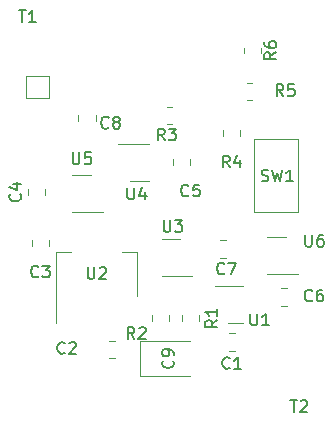
<source format=gbr>
%TF.GenerationSoftware,KiCad,Pcbnew,(7.0.0)*%
%TF.CreationDate,2023-04-05T21:34:04+03:00*%
%TF.ProjectId,cncd-esp01-board,636e6364-2d65-4737-9030-312d626f6172,rev?*%
%TF.SameCoordinates,Original*%
%TF.FileFunction,Legend,Top*%
%TF.FilePolarity,Positive*%
%FSLAX46Y46*%
G04 Gerber Fmt 4.6, Leading zero omitted, Abs format (unit mm)*
G04 Created by KiCad (PCBNEW (7.0.0)) date 2023-04-05 21:34:04*
%MOMM*%
%LPD*%
G01*
G04 APERTURE LIST*
%ADD10C,0.150000*%
%ADD11C,0.120000*%
G04 APERTURE END LIST*
D10*
%TO.C,C9*%
X15258142Y-30011666D02*
X15305761Y-30059285D01*
X15305761Y-30059285D02*
X15353380Y-30202142D01*
X15353380Y-30202142D02*
X15353380Y-30297380D01*
X15353380Y-30297380D02*
X15305761Y-30440237D01*
X15305761Y-30440237D02*
X15210523Y-30535475D01*
X15210523Y-30535475D02*
X15115285Y-30583094D01*
X15115285Y-30583094D02*
X14924809Y-30630713D01*
X14924809Y-30630713D02*
X14781952Y-30630713D01*
X14781952Y-30630713D02*
X14591476Y-30583094D01*
X14591476Y-30583094D02*
X14496238Y-30535475D01*
X14496238Y-30535475D02*
X14401000Y-30440237D01*
X14401000Y-30440237D02*
X14353380Y-30297380D01*
X14353380Y-30297380D02*
X14353380Y-30202142D01*
X14353380Y-30202142D02*
X14401000Y-30059285D01*
X14401000Y-30059285D02*
X14448619Y-30011666D01*
X15353380Y-29535475D02*
X15353380Y-29344999D01*
X15353380Y-29344999D02*
X15305761Y-29249761D01*
X15305761Y-29249761D02*
X15258142Y-29202142D01*
X15258142Y-29202142D02*
X15115285Y-29106904D01*
X15115285Y-29106904D02*
X14924809Y-29059285D01*
X14924809Y-29059285D02*
X14543857Y-29059285D01*
X14543857Y-29059285D02*
X14448619Y-29106904D01*
X14448619Y-29106904D02*
X14401000Y-29154523D01*
X14401000Y-29154523D02*
X14353380Y-29249761D01*
X14353380Y-29249761D02*
X14353380Y-29440237D01*
X14353380Y-29440237D02*
X14401000Y-29535475D01*
X14401000Y-29535475D02*
X14448619Y-29583094D01*
X14448619Y-29583094D02*
X14543857Y-29630713D01*
X14543857Y-29630713D02*
X14781952Y-29630713D01*
X14781952Y-29630713D02*
X14877190Y-29583094D01*
X14877190Y-29583094D02*
X14924809Y-29535475D01*
X14924809Y-29535475D02*
X14972428Y-29440237D01*
X14972428Y-29440237D02*
X14972428Y-29249761D01*
X14972428Y-29249761D02*
X14924809Y-29154523D01*
X14924809Y-29154523D02*
X14877190Y-29106904D01*
X14877190Y-29106904D02*
X14781952Y-29059285D01*
%TO.C,U2*%
X8067095Y-22100380D02*
X8067095Y-22909904D01*
X8067095Y-22909904D02*
X8114714Y-23005142D01*
X8114714Y-23005142D02*
X8162333Y-23052761D01*
X8162333Y-23052761D02*
X8257571Y-23100380D01*
X8257571Y-23100380D02*
X8448047Y-23100380D01*
X8448047Y-23100380D02*
X8543285Y-23052761D01*
X8543285Y-23052761D02*
X8590904Y-23005142D01*
X8590904Y-23005142D02*
X8638523Y-22909904D01*
X8638523Y-22909904D02*
X8638523Y-22100380D01*
X9067095Y-22195619D02*
X9114714Y-22148000D01*
X9114714Y-22148000D02*
X9209952Y-22100380D01*
X9209952Y-22100380D02*
X9448047Y-22100380D01*
X9448047Y-22100380D02*
X9543285Y-22148000D01*
X9543285Y-22148000D02*
X9590904Y-22195619D01*
X9590904Y-22195619D02*
X9638523Y-22290857D01*
X9638523Y-22290857D02*
X9638523Y-22386095D01*
X9638523Y-22386095D02*
X9590904Y-22528952D01*
X9590904Y-22528952D02*
X9019476Y-23100380D01*
X9019476Y-23100380D02*
X9638523Y-23100380D01*
%TO.C,T2*%
X25238095Y-33367380D02*
X25809523Y-33367380D01*
X25523809Y-34367380D02*
X25523809Y-33367380D01*
X26095238Y-33462619D02*
X26142857Y-33415000D01*
X26142857Y-33415000D02*
X26238095Y-33367380D01*
X26238095Y-33367380D02*
X26476190Y-33367380D01*
X26476190Y-33367380D02*
X26571428Y-33415000D01*
X26571428Y-33415000D02*
X26619047Y-33462619D01*
X26619047Y-33462619D02*
X26666666Y-33557857D01*
X26666666Y-33557857D02*
X26666666Y-33653095D01*
X26666666Y-33653095D02*
X26619047Y-33795952D01*
X26619047Y-33795952D02*
X26047619Y-34367380D01*
X26047619Y-34367380D02*
X26666666Y-34367380D01*
%TO.C,U4*%
X11430095Y-15369380D02*
X11430095Y-16178904D01*
X11430095Y-16178904D02*
X11477714Y-16274142D01*
X11477714Y-16274142D02*
X11525333Y-16321761D01*
X11525333Y-16321761D02*
X11620571Y-16369380D01*
X11620571Y-16369380D02*
X11811047Y-16369380D01*
X11811047Y-16369380D02*
X11906285Y-16321761D01*
X11906285Y-16321761D02*
X11953904Y-16274142D01*
X11953904Y-16274142D02*
X12001523Y-16178904D01*
X12001523Y-16178904D02*
X12001523Y-15369380D01*
X12906285Y-15702714D02*
X12906285Y-16369380D01*
X12668190Y-15321761D02*
X12430095Y-16036047D01*
X12430095Y-16036047D02*
X13049142Y-16036047D01*
%TO.C,U6*%
X26488095Y-19367380D02*
X26488095Y-20176904D01*
X26488095Y-20176904D02*
X26535714Y-20272142D01*
X26535714Y-20272142D02*
X26583333Y-20319761D01*
X26583333Y-20319761D02*
X26678571Y-20367380D01*
X26678571Y-20367380D02*
X26869047Y-20367380D01*
X26869047Y-20367380D02*
X26964285Y-20319761D01*
X26964285Y-20319761D02*
X27011904Y-20272142D01*
X27011904Y-20272142D02*
X27059523Y-20176904D01*
X27059523Y-20176904D02*
X27059523Y-19367380D01*
X27964285Y-19367380D02*
X27773809Y-19367380D01*
X27773809Y-19367380D02*
X27678571Y-19415000D01*
X27678571Y-19415000D02*
X27630952Y-19462619D01*
X27630952Y-19462619D02*
X27535714Y-19605476D01*
X27535714Y-19605476D02*
X27488095Y-19795952D01*
X27488095Y-19795952D02*
X27488095Y-20176904D01*
X27488095Y-20176904D02*
X27535714Y-20272142D01*
X27535714Y-20272142D02*
X27583333Y-20319761D01*
X27583333Y-20319761D02*
X27678571Y-20367380D01*
X27678571Y-20367380D02*
X27869047Y-20367380D01*
X27869047Y-20367380D02*
X27964285Y-20319761D01*
X27964285Y-20319761D02*
X28011904Y-20272142D01*
X28011904Y-20272142D02*
X28059523Y-20176904D01*
X28059523Y-20176904D02*
X28059523Y-19938809D01*
X28059523Y-19938809D02*
X28011904Y-19843571D01*
X28011904Y-19843571D02*
X27964285Y-19795952D01*
X27964285Y-19795952D02*
X27869047Y-19748333D01*
X27869047Y-19748333D02*
X27678571Y-19748333D01*
X27678571Y-19748333D02*
X27583333Y-19795952D01*
X27583333Y-19795952D02*
X27535714Y-19843571D01*
X27535714Y-19843571D02*
X27488095Y-19938809D01*
%TO.C,T1*%
X2238095Y-367380D02*
X2809523Y-367380D01*
X2523809Y-1367380D02*
X2523809Y-367380D01*
X3666666Y-1367380D02*
X3095238Y-1367380D01*
X3380952Y-1367380D02*
X3380952Y-367380D01*
X3380952Y-367380D02*
X3285714Y-510238D01*
X3285714Y-510238D02*
X3190476Y-605476D01*
X3190476Y-605476D02*
X3095238Y-653095D01*
%TO.C,C8*%
X9833333Y-10272142D02*
X9785714Y-10319761D01*
X9785714Y-10319761D02*
X9642857Y-10367380D01*
X9642857Y-10367380D02*
X9547619Y-10367380D01*
X9547619Y-10367380D02*
X9404762Y-10319761D01*
X9404762Y-10319761D02*
X9309524Y-10224523D01*
X9309524Y-10224523D02*
X9261905Y-10129285D01*
X9261905Y-10129285D02*
X9214286Y-9938809D01*
X9214286Y-9938809D02*
X9214286Y-9795952D01*
X9214286Y-9795952D02*
X9261905Y-9605476D01*
X9261905Y-9605476D02*
X9309524Y-9510238D01*
X9309524Y-9510238D02*
X9404762Y-9415000D01*
X9404762Y-9415000D02*
X9547619Y-9367380D01*
X9547619Y-9367380D02*
X9642857Y-9367380D01*
X9642857Y-9367380D02*
X9785714Y-9415000D01*
X9785714Y-9415000D02*
X9833333Y-9462619D01*
X10404762Y-9795952D02*
X10309524Y-9748333D01*
X10309524Y-9748333D02*
X10261905Y-9700714D01*
X10261905Y-9700714D02*
X10214286Y-9605476D01*
X10214286Y-9605476D02*
X10214286Y-9557857D01*
X10214286Y-9557857D02*
X10261905Y-9462619D01*
X10261905Y-9462619D02*
X10309524Y-9415000D01*
X10309524Y-9415000D02*
X10404762Y-9367380D01*
X10404762Y-9367380D02*
X10595238Y-9367380D01*
X10595238Y-9367380D02*
X10690476Y-9415000D01*
X10690476Y-9415000D02*
X10738095Y-9462619D01*
X10738095Y-9462619D02*
X10785714Y-9557857D01*
X10785714Y-9557857D02*
X10785714Y-9605476D01*
X10785714Y-9605476D02*
X10738095Y-9700714D01*
X10738095Y-9700714D02*
X10690476Y-9748333D01*
X10690476Y-9748333D02*
X10595238Y-9795952D01*
X10595238Y-9795952D02*
X10404762Y-9795952D01*
X10404762Y-9795952D02*
X10309524Y-9843571D01*
X10309524Y-9843571D02*
X10261905Y-9891190D01*
X10261905Y-9891190D02*
X10214286Y-9986428D01*
X10214286Y-9986428D02*
X10214286Y-10176904D01*
X10214286Y-10176904D02*
X10261905Y-10272142D01*
X10261905Y-10272142D02*
X10309524Y-10319761D01*
X10309524Y-10319761D02*
X10404762Y-10367380D01*
X10404762Y-10367380D02*
X10595238Y-10367380D01*
X10595238Y-10367380D02*
X10690476Y-10319761D01*
X10690476Y-10319761D02*
X10738095Y-10272142D01*
X10738095Y-10272142D02*
X10785714Y-10176904D01*
X10785714Y-10176904D02*
X10785714Y-9986428D01*
X10785714Y-9986428D02*
X10738095Y-9891190D01*
X10738095Y-9891190D02*
X10690476Y-9843571D01*
X10690476Y-9843571D02*
X10595238Y-9795952D01*
%TO.C,U1*%
X21844095Y-26037380D02*
X21844095Y-26846904D01*
X21844095Y-26846904D02*
X21891714Y-26942142D01*
X21891714Y-26942142D02*
X21939333Y-26989761D01*
X21939333Y-26989761D02*
X22034571Y-27037380D01*
X22034571Y-27037380D02*
X22225047Y-27037380D01*
X22225047Y-27037380D02*
X22320285Y-26989761D01*
X22320285Y-26989761D02*
X22367904Y-26942142D01*
X22367904Y-26942142D02*
X22415523Y-26846904D01*
X22415523Y-26846904D02*
X22415523Y-26037380D01*
X23415523Y-27037380D02*
X22844095Y-27037380D01*
X23129809Y-27037380D02*
X23129809Y-26037380D01*
X23129809Y-26037380D02*
X23034571Y-26180238D01*
X23034571Y-26180238D02*
X22939333Y-26275476D01*
X22939333Y-26275476D02*
X22844095Y-26323095D01*
%TO.C,C4*%
X2341142Y-15914666D02*
X2388761Y-15962285D01*
X2388761Y-15962285D02*
X2436380Y-16105142D01*
X2436380Y-16105142D02*
X2436380Y-16200380D01*
X2436380Y-16200380D02*
X2388761Y-16343237D01*
X2388761Y-16343237D02*
X2293523Y-16438475D01*
X2293523Y-16438475D02*
X2198285Y-16486094D01*
X2198285Y-16486094D02*
X2007809Y-16533713D01*
X2007809Y-16533713D02*
X1864952Y-16533713D01*
X1864952Y-16533713D02*
X1674476Y-16486094D01*
X1674476Y-16486094D02*
X1579238Y-16438475D01*
X1579238Y-16438475D02*
X1484000Y-16343237D01*
X1484000Y-16343237D02*
X1436380Y-16200380D01*
X1436380Y-16200380D02*
X1436380Y-16105142D01*
X1436380Y-16105142D02*
X1484000Y-15962285D01*
X1484000Y-15962285D02*
X1531619Y-15914666D01*
X1769714Y-15057523D02*
X2436380Y-15057523D01*
X1388761Y-15295618D02*
X2103047Y-15533713D01*
X2103047Y-15533713D02*
X2103047Y-14914666D01*
%TO.C,C1*%
X20092333Y-30625142D02*
X20044714Y-30672761D01*
X20044714Y-30672761D02*
X19901857Y-30720380D01*
X19901857Y-30720380D02*
X19806619Y-30720380D01*
X19806619Y-30720380D02*
X19663762Y-30672761D01*
X19663762Y-30672761D02*
X19568524Y-30577523D01*
X19568524Y-30577523D02*
X19520905Y-30482285D01*
X19520905Y-30482285D02*
X19473286Y-30291809D01*
X19473286Y-30291809D02*
X19473286Y-30148952D01*
X19473286Y-30148952D02*
X19520905Y-29958476D01*
X19520905Y-29958476D02*
X19568524Y-29863238D01*
X19568524Y-29863238D02*
X19663762Y-29768000D01*
X19663762Y-29768000D02*
X19806619Y-29720380D01*
X19806619Y-29720380D02*
X19901857Y-29720380D01*
X19901857Y-29720380D02*
X20044714Y-29768000D01*
X20044714Y-29768000D02*
X20092333Y-29815619D01*
X21044714Y-30720380D02*
X20473286Y-30720380D01*
X20759000Y-30720380D02*
X20759000Y-29720380D01*
X20759000Y-29720380D02*
X20663762Y-29863238D01*
X20663762Y-29863238D02*
X20568524Y-29958476D01*
X20568524Y-29958476D02*
X20473286Y-30006095D01*
%TO.C,U5*%
X6797095Y-12387880D02*
X6797095Y-13197404D01*
X6797095Y-13197404D02*
X6844714Y-13292642D01*
X6844714Y-13292642D02*
X6892333Y-13340261D01*
X6892333Y-13340261D02*
X6987571Y-13387880D01*
X6987571Y-13387880D02*
X7178047Y-13387880D01*
X7178047Y-13387880D02*
X7273285Y-13340261D01*
X7273285Y-13340261D02*
X7320904Y-13292642D01*
X7320904Y-13292642D02*
X7368523Y-13197404D01*
X7368523Y-13197404D02*
X7368523Y-12387880D01*
X8320904Y-12387880D02*
X7844714Y-12387880D01*
X7844714Y-12387880D02*
X7797095Y-12864071D01*
X7797095Y-12864071D02*
X7844714Y-12816452D01*
X7844714Y-12816452D02*
X7939952Y-12768833D01*
X7939952Y-12768833D02*
X8178047Y-12768833D01*
X8178047Y-12768833D02*
X8273285Y-12816452D01*
X8273285Y-12816452D02*
X8320904Y-12864071D01*
X8320904Y-12864071D02*
X8368523Y-12959309D01*
X8368523Y-12959309D02*
X8368523Y-13197404D01*
X8368523Y-13197404D02*
X8320904Y-13292642D01*
X8320904Y-13292642D02*
X8273285Y-13340261D01*
X8273285Y-13340261D02*
X8178047Y-13387880D01*
X8178047Y-13387880D02*
X7939952Y-13387880D01*
X7939952Y-13387880D02*
X7844714Y-13340261D01*
X7844714Y-13340261D02*
X7797095Y-13292642D01*
%TO.C,C5*%
X16597333Y-16020142D02*
X16549714Y-16067761D01*
X16549714Y-16067761D02*
X16406857Y-16115380D01*
X16406857Y-16115380D02*
X16311619Y-16115380D01*
X16311619Y-16115380D02*
X16168762Y-16067761D01*
X16168762Y-16067761D02*
X16073524Y-15972523D01*
X16073524Y-15972523D02*
X16025905Y-15877285D01*
X16025905Y-15877285D02*
X15978286Y-15686809D01*
X15978286Y-15686809D02*
X15978286Y-15543952D01*
X15978286Y-15543952D02*
X16025905Y-15353476D01*
X16025905Y-15353476D02*
X16073524Y-15258238D01*
X16073524Y-15258238D02*
X16168762Y-15163000D01*
X16168762Y-15163000D02*
X16311619Y-15115380D01*
X16311619Y-15115380D02*
X16406857Y-15115380D01*
X16406857Y-15115380D02*
X16549714Y-15163000D01*
X16549714Y-15163000D02*
X16597333Y-15210619D01*
X17502095Y-15115380D02*
X17025905Y-15115380D01*
X17025905Y-15115380D02*
X16978286Y-15591571D01*
X16978286Y-15591571D02*
X17025905Y-15543952D01*
X17025905Y-15543952D02*
X17121143Y-15496333D01*
X17121143Y-15496333D02*
X17359238Y-15496333D01*
X17359238Y-15496333D02*
X17454476Y-15543952D01*
X17454476Y-15543952D02*
X17502095Y-15591571D01*
X17502095Y-15591571D02*
X17549714Y-15686809D01*
X17549714Y-15686809D02*
X17549714Y-15924904D01*
X17549714Y-15924904D02*
X17502095Y-16020142D01*
X17502095Y-16020142D02*
X17454476Y-16067761D01*
X17454476Y-16067761D02*
X17359238Y-16115380D01*
X17359238Y-16115380D02*
X17121143Y-16115380D01*
X17121143Y-16115380D02*
X17025905Y-16067761D01*
X17025905Y-16067761D02*
X16978286Y-16020142D01*
%TO.C,C2*%
X6122333Y-29355142D02*
X6074714Y-29402761D01*
X6074714Y-29402761D02*
X5931857Y-29450380D01*
X5931857Y-29450380D02*
X5836619Y-29450380D01*
X5836619Y-29450380D02*
X5693762Y-29402761D01*
X5693762Y-29402761D02*
X5598524Y-29307523D01*
X5598524Y-29307523D02*
X5550905Y-29212285D01*
X5550905Y-29212285D02*
X5503286Y-29021809D01*
X5503286Y-29021809D02*
X5503286Y-28878952D01*
X5503286Y-28878952D02*
X5550905Y-28688476D01*
X5550905Y-28688476D02*
X5598524Y-28593238D01*
X5598524Y-28593238D02*
X5693762Y-28498000D01*
X5693762Y-28498000D02*
X5836619Y-28450380D01*
X5836619Y-28450380D02*
X5931857Y-28450380D01*
X5931857Y-28450380D02*
X6074714Y-28498000D01*
X6074714Y-28498000D02*
X6122333Y-28545619D01*
X6503286Y-28545619D02*
X6550905Y-28498000D01*
X6550905Y-28498000D02*
X6646143Y-28450380D01*
X6646143Y-28450380D02*
X6884238Y-28450380D01*
X6884238Y-28450380D02*
X6979476Y-28498000D01*
X6979476Y-28498000D02*
X7027095Y-28545619D01*
X7027095Y-28545619D02*
X7074714Y-28640857D01*
X7074714Y-28640857D02*
X7074714Y-28736095D01*
X7074714Y-28736095D02*
X7027095Y-28878952D01*
X7027095Y-28878952D02*
X6455667Y-29450380D01*
X6455667Y-29450380D02*
X7074714Y-29450380D01*
%TO.C,R2*%
X12025333Y-28180380D02*
X11692000Y-27704190D01*
X11453905Y-28180380D02*
X11453905Y-27180380D01*
X11453905Y-27180380D02*
X11834857Y-27180380D01*
X11834857Y-27180380D02*
X11930095Y-27228000D01*
X11930095Y-27228000D02*
X11977714Y-27275619D01*
X11977714Y-27275619D02*
X12025333Y-27370857D01*
X12025333Y-27370857D02*
X12025333Y-27513714D01*
X12025333Y-27513714D02*
X11977714Y-27608952D01*
X11977714Y-27608952D02*
X11930095Y-27656571D01*
X11930095Y-27656571D02*
X11834857Y-27704190D01*
X11834857Y-27704190D02*
X11453905Y-27704190D01*
X12406286Y-27275619D02*
X12453905Y-27228000D01*
X12453905Y-27228000D02*
X12549143Y-27180380D01*
X12549143Y-27180380D02*
X12787238Y-27180380D01*
X12787238Y-27180380D02*
X12882476Y-27228000D01*
X12882476Y-27228000D02*
X12930095Y-27275619D01*
X12930095Y-27275619D02*
X12977714Y-27370857D01*
X12977714Y-27370857D02*
X12977714Y-27466095D01*
X12977714Y-27466095D02*
X12930095Y-27608952D01*
X12930095Y-27608952D02*
X12358667Y-28180380D01*
X12358667Y-28180380D02*
X12977714Y-28180380D01*
%TO.C,C7*%
X19645333Y-22624142D02*
X19597714Y-22671761D01*
X19597714Y-22671761D02*
X19454857Y-22719380D01*
X19454857Y-22719380D02*
X19359619Y-22719380D01*
X19359619Y-22719380D02*
X19216762Y-22671761D01*
X19216762Y-22671761D02*
X19121524Y-22576523D01*
X19121524Y-22576523D02*
X19073905Y-22481285D01*
X19073905Y-22481285D02*
X19026286Y-22290809D01*
X19026286Y-22290809D02*
X19026286Y-22147952D01*
X19026286Y-22147952D02*
X19073905Y-21957476D01*
X19073905Y-21957476D02*
X19121524Y-21862238D01*
X19121524Y-21862238D02*
X19216762Y-21767000D01*
X19216762Y-21767000D02*
X19359619Y-21719380D01*
X19359619Y-21719380D02*
X19454857Y-21719380D01*
X19454857Y-21719380D02*
X19597714Y-21767000D01*
X19597714Y-21767000D02*
X19645333Y-21814619D01*
X19978667Y-21719380D02*
X20645333Y-21719380D01*
X20645333Y-21719380D02*
X20216762Y-22719380D01*
%TO.C,R6*%
X24017380Y-3916666D02*
X23541190Y-4249999D01*
X24017380Y-4488094D02*
X23017380Y-4488094D01*
X23017380Y-4488094D02*
X23017380Y-4107142D01*
X23017380Y-4107142D02*
X23065000Y-4011904D01*
X23065000Y-4011904D02*
X23112619Y-3964285D01*
X23112619Y-3964285D02*
X23207857Y-3916666D01*
X23207857Y-3916666D02*
X23350714Y-3916666D01*
X23350714Y-3916666D02*
X23445952Y-3964285D01*
X23445952Y-3964285D02*
X23493571Y-4011904D01*
X23493571Y-4011904D02*
X23541190Y-4107142D01*
X23541190Y-4107142D02*
X23541190Y-4488094D01*
X23017380Y-3059523D02*
X23017380Y-3249999D01*
X23017380Y-3249999D02*
X23065000Y-3345237D01*
X23065000Y-3345237D02*
X23112619Y-3392856D01*
X23112619Y-3392856D02*
X23255476Y-3488094D01*
X23255476Y-3488094D02*
X23445952Y-3535713D01*
X23445952Y-3535713D02*
X23826904Y-3535713D01*
X23826904Y-3535713D02*
X23922142Y-3488094D01*
X23922142Y-3488094D02*
X23969761Y-3440475D01*
X23969761Y-3440475D02*
X24017380Y-3345237D01*
X24017380Y-3345237D02*
X24017380Y-3154761D01*
X24017380Y-3154761D02*
X23969761Y-3059523D01*
X23969761Y-3059523D02*
X23922142Y-3011904D01*
X23922142Y-3011904D02*
X23826904Y-2964285D01*
X23826904Y-2964285D02*
X23588809Y-2964285D01*
X23588809Y-2964285D02*
X23493571Y-3011904D01*
X23493571Y-3011904D02*
X23445952Y-3059523D01*
X23445952Y-3059523D02*
X23398333Y-3154761D01*
X23398333Y-3154761D02*
X23398333Y-3345237D01*
X23398333Y-3345237D02*
X23445952Y-3440475D01*
X23445952Y-3440475D02*
X23493571Y-3488094D01*
X23493571Y-3488094D02*
X23588809Y-3535713D01*
%TO.C,R4*%
X20083333Y-13657380D02*
X19750000Y-13181190D01*
X19511905Y-13657380D02*
X19511905Y-12657380D01*
X19511905Y-12657380D02*
X19892857Y-12657380D01*
X19892857Y-12657380D02*
X19988095Y-12705000D01*
X19988095Y-12705000D02*
X20035714Y-12752619D01*
X20035714Y-12752619D02*
X20083333Y-12847857D01*
X20083333Y-12847857D02*
X20083333Y-12990714D01*
X20083333Y-12990714D02*
X20035714Y-13085952D01*
X20035714Y-13085952D02*
X19988095Y-13133571D01*
X19988095Y-13133571D02*
X19892857Y-13181190D01*
X19892857Y-13181190D02*
X19511905Y-13181190D01*
X20940476Y-12990714D02*
X20940476Y-13657380D01*
X20702381Y-12609761D02*
X20464286Y-13324047D01*
X20464286Y-13324047D02*
X21083333Y-13324047D01*
%TO.C,R5*%
X24631333Y-7617380D02*
X24298000Y-7141190D01*
X24059905Y-7617380D02*
X24059905Y-6617380D01*
X24059905Y-6617380D02*
X24440857Y-6617380D01*
X24440857Y-6617380D02*
X24536095Y-6665000D01*
X24536095Y-6665000D02*
X24583714Y-6712619D01*
X24583714Y-6712619D02*
X24631333Y-6807857D01*
X24631333Y-6807857D02*
X24631333Y-6950714D01*
X24631333Y-6950714D02*
X24583714Y-7045952D01*
X24583714Y-7045952D02*
X24536095Y-7093571D01*
X24536095Y-7093571D02*
X24440857Y-7141190D01*
X24440857Y-7141190D02*
X24059905Y-7141190D01*
X25536095Y-6617380D02*
X25059905Y-6617380D01*
X25059905Y-6617380D02*
X25012286Y-7093571D01*
X25012286Y-7093571D02*
X25059905Y-7045952D01*
X25059905Y-7045952D02*
X25155143Y-6998333D01*
X25155143Y-6998333D02*
X25393238Y-6998333D01*
X25393238Y-6998333D02*
X25488476Y-7045952D01*
X25488476Y-7045952D02*
X25536095Y-7093571D01*
X25536095Y-7093571D02*
X25583714Y-7188809D01*
X25583714Y-7188809D02*
X25583714Y-7426904D01*
X25583714Y-7426904D02*
X25536095Y-7522142D01*
X25536095Y-7522142D02*
X25488476Y-7569761D01*
X25488476Y-7569761D02*
X25393238Y-7617380D01*
X25393238Y-7617380D02*
X25155143Y-7617380D01*
X25155143Y-7617380D02*
X25059905Y-7569761D01*
X25059905Y-7569761D02*
X25012286Y-7522142D01*
%TO.C,C6*%
X27077333Y-24910142D02*
X27029714Y-24957761D01*
X27029714Y-24957761D02*
X26886857Y-25005380D01*
X26886857Y-25005380D02*
X26791619Y-25005380D01*
X26791619Y-25005380D02*
X26648762Y-24957761D01*
X26648762Y-24957761D02*
X26553524Y-24862523D01*
X26553524Y-24862523D02*
X26505905Y-24767285D01*
X26505905Y-24767285D02*
X26458286Y-24576809D01*
X26458286Y-24576809D02*
X26458286Y-24433952D01*
X26458286Y-24433952D02*
X26505905Y-24243476D01*
X26505905Y-24243476D02*
X26553524Y-24148238D01*
X26553524Y-24148238D02*
X26648762Y-24053000D01*
X26648762Y-24053000D02*
X26791619Y-24005380D01*
X26791619Y-24005380D02*
X26886857Y-24005380D01*
X26886857Y-24005380D02*
X27029714Y-24053000D01*
X27029714Y-24053000D02*
X27077333Y-24100619D01*
X27934476Y-24005380D02*
X27744000Y-24005380D01*
X27744000Y-24005380D02*
X27648762Y-24053000D01*
X27648762Y-24053000D02*
X27601143Y-24100619D01*
X27601143Y-24100619D02*
X27505905Y-24243476D01*
X27505905Y-24243476D02*
X27458286Y-24433952D01*
X27458286Y-24433952D02*
X27458286Y-24814904D01*
X27458286Y-24814904D02*
X27505905Y-24910142D01*
X27505905Y-24910142D02*
X27553524Y-24957761D01*
X27553524Y-24957761D02*
X27648762Y-25005380D01*
X27648762Y-25005380D02*
X27839238Y-25005380D01*
X27839238Y-25005380D02*
X27934476Y-24957761D01*
X27934476Y-24957761D02*
X27982095Y-24910142D01*
X27982095Y-24910142D02*
X28029714Y-24814904D01*
X28029714Y-24814904D02*
X28029714Y-24576809D01*
X28029714Y-24576809D02*
X27982095Y-24481571D01*
X27982095Y-24481571D02*
X27934476Y-24433952D01*
X27934476Y-24433952D02*
X27839238Y-24386333D01*
X27839238Y-24386333D02*
X27648762Y-24386333D01*
X27648762Y-24386333D02*
X27553524Y-24433952D01*
X27553524Y-24433952D02*
X27505905Y-24481571D01*
X27505905Y-24481571D02*
X27458286Y-24576809D01*
%TO.C,SW1*%
X22793667Y-14796761D02*
X22936524Y-14844380D01*
X22936524Y-14844380D02*
X23174619Y-14844380D01*
X23174619Y-14844380D02*
X23269857Y-14796761D01*
X23269857Y-14796761D02*
X23317476Y-14749142D01*
X23317476Y-14749142D02*
X23365095Y-14653904D01*
X23365095Y-14653904D02*
X23365095Y-14558666D01*
X23365095Y-14558666D02*
X23317476Y-14463428D01*
X23317476Y-14463428D02*
X23269857Y-14415809D01*
X23269857Y-14415809D02*
X23174619Y-14368190D01*
X23174619Y-14368190D02*
X22984143Y-14320571D01*
X22984143Y-14320571D02*
X22888905Y-14272952D01*
X22888905Y-14272952D02*
X22841286Y-14225333D01*
X22841286Y-14225333D02*
X22793667Y-14130095D01*
X22793667Y-14130095D02*
X22793667Y-14034857D01*
X22793667Y-14034857D02*
X22841286Y-13939619D01*
X22841286Y-13939619D02*
X22888905Y-13892000D01*
X22888905Y-13892000D02*
X22984143Y-13844380D01*
X22984143Y-13844380D02*
X23222238Y-13844380D01*
X23222238Y-13844380D02*
X23365095Y-13892000D01*
X23698429Y-13844380D02*
X23936524Y-14844380D01*
X23936524Y-14844380D02*
X24127000Y-14130095D01*
X24127000Y-14130095D02*
X24317476Y-14844380D01*
X24317476Y-14844380D02*
X24555572Y-13844380D01*
X25460333Y-14844380D02*
X24888905Y-14844380D01*
X25174619Y-14844380D02*
X25174619Y-13844380D01*
X25174619Y-13844380D02*
X25079381Y-13987238D01*
X25079381Y-13987238D02*
X24984143Y-14082476D01*
X24984143Y-14082476D02*
X24888905Y-14130095D01*
%TO.C,R3*%
X14583333Y-11367380D02*
X14250000Y-10891190D01*
X14011905Y-11367380D02*
X14011905Y-10367380D01*
X14011905Y-10367380D02*
X14392857Y-10367380D01*
X14392857Y-10367380D02*
X14488095Y-10415000D01*
X14488095Y-10415000D02*
X14535714Y-10462619D01*
X14535714Y-10462619D02*
X14583333Y-10557857D01*
X14583333Y-10557857D02*
X14583333Y-10700714D01*
X14583333Y-10700714D02*
X14535714Y-10795952D01*
X14535714Y-10795952D02*
X14488095Y-10843571D01*
X14488095Y-10843571D02*
X14392857Y-10891190D01*
X14392857Y-10891190D02*
X14011905Y-10891190D01*
X14916667Y-10367380D02*
X15535714Y-10367380D01*
X15535714Y-10367380D02*
X15202381Y-10748333D01*
X15202381Y-10748333D02*
X15345238Y-10748333D01*
X15345238Y-10748333D02*
X15440476Y-10795952D01*
X15440476Y-10795952D02*
X15488095Y-10843571D01*
X15488095Y-10843571D02*
X15535714Y-10938809D01*
X15535714Y-10938809D02*
X15535714Y-11176904D01*
X15535714Y-11176904D02*
X15488095Y-11272142D01*
X15488095Y-11272142D02*
X15440476Y-11319761D01*
X15440476Y-11319761D02*
X15345238Y-11367380D01*
X15345238Y-11367380D02*
X15059524Y-11367380D01*
X15059524Y-11367380D02*
X14964286Y-11319761D01*
X14964286Y-11319761D02*
X14916667Y-11272142D01*
%TO.C,R1*%
X19036380Y-26582666D02*
X18560190Y-26915999D01*
X19036380Y-27154094D02*
X18036380Y-27154094D01*
X18036380Y-27154094D02*
X18036380Y-26773142D01*
X18036380Y-26773142D02*
X18084000Y-26677904D01*
X18084000Y-26677904D02*
X18131619Y-26630285D01*
X18131619Y-26630285D02*
X18226857Y-26582666D01*
X18226857Y-26582666D02*
X18369714Y-26582666D01*
X18369714Y-26582666D02*
X18464952Y-26630285D01*
X18464952Y-26630285D02*
X18512571Y-26677904D01*
X18512571Y-26677904D02*
X18560190Y-26773142D01*
X18560190Y-26773142D02*
X18560190Y-27154094D01*
X19036380Y-25630285D02*
X19036380Y-26201713D01*
X19036380Y-25915999D02*
X18036380Y-25915999D01*
X18036380Y-25915999D02*
X18179238Y-26011237D01*
X18179238Y-26011237D02*
X18274476Y-26106475D01*
X18274476Y-26106475D02*
X18322095Y-26201713D01*
%TO.C,C3*%
X3897333Y-22878142D02*
X3849714Y-22925761D01*
X3849714Y-22925761D02*
X3706857Y-22973380D01*
X3706857Y-22973380D02*
X3611619Y-22973380D01*
X3611619Y-22973380D02*
X3468762Y-22925761D01*
X3468762Y-22925761D02*
X3373524Y-22830523D01*
X3373524Y-22830523D02*
X3325905Y-22735285D01*
X3325905Y-22735285D02*
X3278286Y-22544809D01*
X3278286Y-22544809D02*
X3278286Y-22401952D01*
X3278286Y-22401952D02*
X3325905Y-22211476D01*
X3325905Y-22211476D02*
X3373524Y-22116238D01*
X3373524Y-22116238D02*
X3468762Y-22021000D01*
X3468762Y-22021000D02*
X3611619Y-21973380D01*
X3611619Y-21973380D02*
X3706857Y-21973380D01*
X3706857Y-21973380D02*
X3849714Y-22021000D01*
X3849714Y-22021000D02*
X3897333Y-22068619D01*
X4230667Y-21973380D02*
X4849714Y-21973380D01*
X4849714Y-21973380D02*
X4516381Y-22354333D01*
X4516381Y-22354333D02*
X4659238Y-22354333D01*
X4659238Y-22354333D02*
X4754476Y-22401952D01*
X4754476Y-22401952D02*
X4802095Y-22449571D01*
X4802095Y-22449571D02*
X4849714Y-22544809D01*
X4849714Y-22544809D02*
X4849714Y-22782904D01*
X4849714Y-22782904D02*
X4802095Y-22878142D01*
X4802095Y-22878142D02*
X4754476Y-22925761D01*
X4754476Y-22925761D02*
X4659238Y-22973380D01*
X4659238Y-22973380D02*
X4373524Y-22973380D01*
X4373524Y-22973380D02*
X4278286Y-22925761D01*
X4278286Y-22925761D02*
X4230667Y-22878142D01*
%TO.C,U3*%
X14489095Y-18097380D02*
X14489095Y-18906904D01*
X14489095Y-18906904D02*
X14536714Y-19002142D01*
X14536714Y-19002142D02*
X14584333Y-19049761D01*
X14584333Y-19049761D02*
X14679571Y-19097380D01*
X14679571Y-19097380D02*
X14870047Y-19097380D01*
X14870047Y-19097380D02*
X14965285Y-19049761D01*
X14965285Y-19049761D02*
X15012904Y-19002142D01*
X15012904Y-19002142D02*
X15060523Y-18906904D01*
X15060523Y-18906904D02*
X15060523Y-18097380D01*
X15441476Y-18097380D02*
X16060523Y-18097380D01*
X16060523Y-18097380D02*
X15727190Y-18478333D01*
X15727190Y-18478333D02*
X15870047Y-18478333D01*
X15870047Y-18478333D02*
X15965285Y-18525952D01*
X15965285Y-18525952D02*
X16012904Y-18573571D01*
X16012904Y-18573571D02*
X16060523Y-18668809D01*
X16060523Y-18668809D02*
X16060523Y-18906904D01*
X16060523Y-18906904D02*
X16012904Y-19002142D01*
X16012904Y-19002142D02*
X15965285Y-19049761D01*
X15965285Y-19049761D02*
X15870047Y-19097380D01*
X15870047Y-19097380D02*
X15584333Y-19097380D01*
X15584333Y-19097380D02*
X15489095Y-19049761D01*
X15489095Y-19049761D02*
X15441476Y-19002142D01*
D11*
%TO.C,C9*%
X12526000Y-31355000D02*
X16736000Y-31355000D01*
X12526000Y-28335000D02*
X12526000Y-31355000D01*
X16736000Y-28335000D02*
X12526000Y-28335000D01*
%TO.C,U2*%
X5419000Y-26833000D02*
X5419000Y-20823000D01*
X12239000Y-24583000D02*
X12239000Y-20823000D01*
X5419000Y-20823000D02*
X6679000Y-20823000D01*
X12239000Y-20823000D02*
X10979000Y-20823000D01*
%TO.C,U4*%
X12446000Y-11648000D02*
X10646000Y-11648000D01*
X12446000Y-11648000D02*
X13246000Y-11648000D01*
X12446000Y-14768000D02*
X11646000Y-14768000D01*
X12446000Y-14768000D02*
X13246000Y-14768000D01*
%TO.C,U6*%
X24069000Y-22708000D02*
X25869000Y-22708000D01*
X24069000Y-22708000D02*
X23269000Y-22708000D01*
X24069000Y-19588000D02*
X24869000Y-19588000D01*
X24069000Y-19588000D02*
X23269000Y-19588000D01*
%TO.C,C8*%
X8735000Y-9238748D02*
X8735000Y-9761252D01*
X7265000Y-9238748D02*
X7265000Y-9761252D01*
%TO.C,U1*%
X20561500Y-23713000D02*
X18886500Y-23713000D01*
X20561500Y-23713000D02*
X21211500Y-23713000D01*
X20561500Y-26833000D02*
X19911500Y-26833000D01*
X20561500Y-26833000D02*
X21211500Y-26833000D01*
%TO.C,C4*%
X3014000Y-16009252D02*
X3014000Y-15486748D01*
X4484000Y-16009252D02*
X4484000Y-15486748D01*
%TO.C,C1*%
X19997748Y-27713000D02*
X20520252Y-27713000D01*
X19997748Y-29183000D02*
X20520252Y-29183000D01*
%TO.C,U5*%
X7559000Y-17440500D02*
X9359000Y-17440500D01*
X7559000Y-17440500D02*
X6759000Y-17440500D01*
X7559000Y-14320500D02*
X8359000Y-14320500D01*
X7559000Y-14320500D02*
X6759000Y-14320500D01*
%TO.C,C5*%
X16737000Y-12946748D02*
X16737000Y-13469252D01*
X15267000Y-12946748D02*
X15267000Y-13469252D01*
%TO.C,C2*%
X10360252Y-29818000D02*
X9837748Y-29818000D01*
X10360252Y-28348000D02*
X9837748Y-28348000D01*
%TO.C,R2*%
X13489000Y-26643064D02*
X13489000Y-26188936D01*
X14959000Y-26643064D02*
X14959000Y-26188936D01*
%TO.C,C7*%
X19819252Y-21309000D02*
X19296748Y-21309000D01*
X19819252Y-19839000D02*
X19296748Y-19839000D01*
%TO.C,R6*%
X22735000Y-3522936D02*
X22735000Y-3977064D01*
X21265000Y-3522936D02*
X21265000Y-3977064D01*
%TO.C,R4*%
X19515000Y-10977064D02*
X19515000Y-10522936D01*
X20985000Y-10977064D02*
X20985000Y-10522936D01*
%TO.C,R5*%
X21522936Y-6515000D02*
X21977064Y-6515000D01*
X21522936Y-7985000D02*
X21977064Y-7985000D01*
%TO.C,C6*%
X24965252Y-25373000D02*
X24442748Y-25373000D01*
X24965252Y-23903000D02*
X24442748Y-23903000D01*
%TO.C,SW1*%
X22150000Y-17410000D02*
X22150000Y-11290000D01*
X25850000Y-17410000D02*
X22150000Y-17410000D01*
X22150000Y-11290000D02*
X25850000Y-11290000D01*
X25850000Y-11290000D02*
X25850000Y-17410000D01*
%TO.C,R3*%
X14772936Y-8515000D02*
X15227064Y-8515000D01*
X14772936Y-9985000D02*
X15227064Y-9985000D01*
%TO.C,R1*%
X16029000Y-26643064D02*
X16029000Y-26188936D01*
X17499000Y-26643064D02*
X17499000Y-26188936D01*
%TO.C,REF\u002A\u002A*%
X2860000Y-5908000D02*
X4760000Y-5908000D01*
X2860000Y-7808000D02*
X2860000Y-5908000D01*
X4760000Y-5908000D02*
X4760000Y-7808000D01*
X4760000Y-7808000D02*
X2860000Y-7808000D01*
%TO.C,C3*%
X4799000Y-19804748D02*
X4799000Y-20327252D01*
X3329000Y-19804748D02*
X3329000Y-20327252D01*
%TO.C,U3*%
X15118500Y-22830000D02*
X16918500Y-22830000D01*
X15118500Y-22830000D02*
X14318500Y-22830000D01*
X15118500Y-19710000D02*
X15918500Y-19710000D01*
X15118500Y-19710000D02*
X14318500Y-19710000D01*
%TD*%
M02*

</source>
